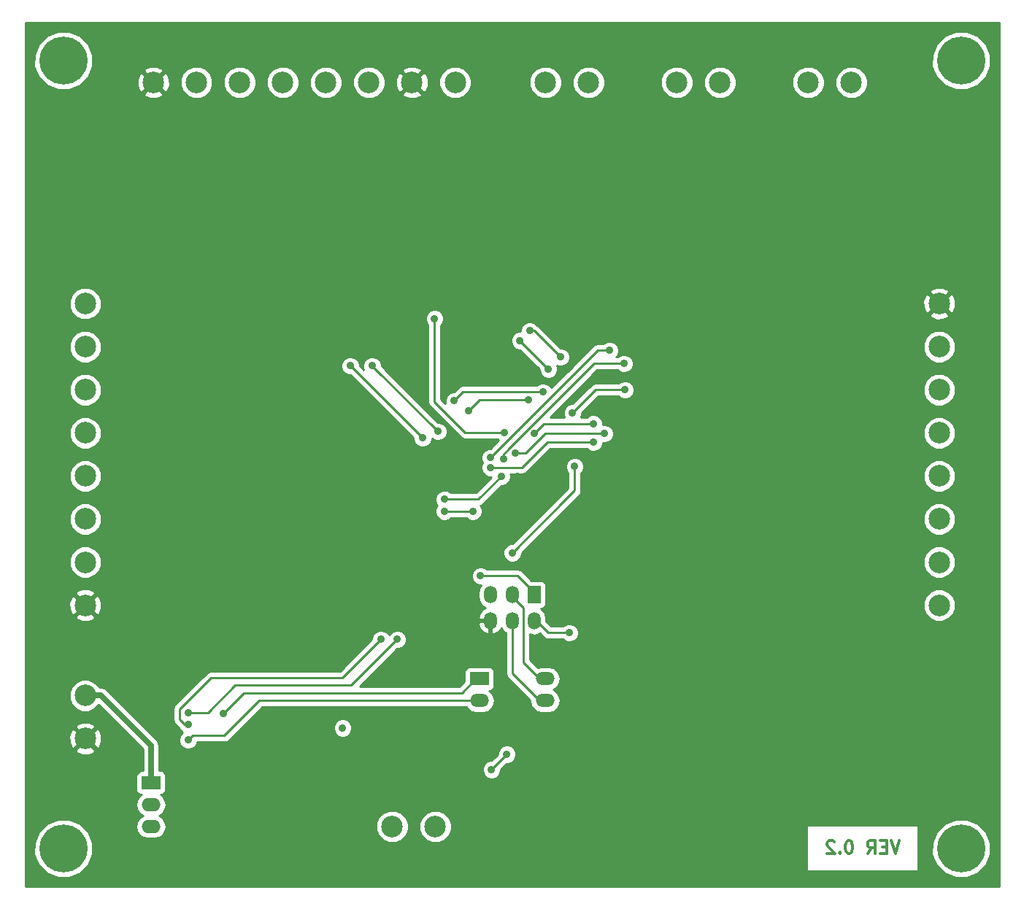
<source format=gbl>
G04 (created by PCBNEW (2013-may-18)-stable) date Mon 20 Apr 2015 02:12:07 PM EDT*
%MOIN*%
G04 Gerber Fmt 3.4, Leading zero omitted, Abs format*
%FSLAX34Y34*%
G01*
G70*
G90*
G04 APERTURE LIST*
%ADD10C,0.00590551*%
%ADD11C,0.011811*%
%ADD12C,0.219*%
%ADD13R,0.0866X0.06*%
%ADD14O,0.0866X0.06*%
%ADD15C,0.0984252*%
%ADD16R,0.0590551X0.0787402*%
%ADD17O,0.0590551X0.0787402*%
%ADD18R,0.0865X0.059*%
%ADD19O,0.0865X0.059*%
%ADD20C,0.035*%
%ADD21C,0.045*%
%ADD22C,0.01*%
%ADD23C,0.025*%
G04 APERTURE END LIST*
G54D10*
G54D11*
X57187Y-55648D02*
X56990Y-56239D01*
X56793Y-55648D01*
X56596Y-55929D02*
X56399Y-55929D01*
X56315Y-56239D02*
X56596Y-56239D01*
X56596Y-55648D01*
X56315Y-55648D01*
X55724Y-56239D02*
X55921Y-55957D01*
X56062Y-56239D02*
X56062Y-55648D01*
X55837Y-55648D01*
X55781Y-55676D01*
X55753Y-55704D01*
X55724Y-55760D01*
X55724Y-55845D01*
X55753Y-55901D01*
X55781Y-55929D01*
X55837Y-55957D01*
X56062Y-55957D01*
X54909Y-55648D02*
X54853Y-55648D01*
X54796Y-55676D01*
X54768Y-55704D01*
X54740Y-55760D01*
X54712Y-55873D01*
X54712Y-56014D01*
X54740Y-56126D01*
X54768Y-56182D01*
X54796Y-56210D01*
X54853Y-56239D01*
X54909Y-56239D01*
X54965Y-56210D01*
X54993Y-56182D01*
X55021Y-56126D01*
X55050Y-56014D01*
X55050Y-55873D01*
X55021Y-55760D01*
X54993Y-55704D01*
X54965Y-55676D01*
X54909Y-55648D01*
X54459Y-56182D02*
X54431Y-56210D01*
X54459Y-56239D01*
X54487Y-56210D01*
X54459Y-56182D01*
X54459Y-56239D01*
X54206Y-55704D02*
X54178Y-55676D01*
X54122Y-55648D01*
X53981Y-55648D01*
X53925Y-55676D01*
X53897Y-55704D01*
X53868Y-55760D01*
X53868Y-55817D01*
X53897Y-55901D01*
X54234Y-56239D01*
X53868Y-56239D01*
G54D12*
X19000Y-20000D03*
X60000Y-20000D03*
X60000Y-56000D03*
G54D13*
X23000Y-53000D03*
G54D14*
X23000Y-54000D03*
X23000Y-55000D03*
G54D15*
X59000Y-31110D03*
X59000Y-33078D03*
X59000Y-35047D03*
X59000Y-37015D03*
X59000Y-38984D03*
X59000Y-40952D03*
X59000Y-44889D03*
X59000Y-42921D03*
X23110Y-21000D03*
X25078Y-21000D03*
X27047Y-21000D03*
X29015Y-21000D03*
X30984Y-21000D03*
X32952Y-21000D03*
X36889Y-21000D03*
X34921Y-21000D03*
X20000Y-44889D03*
X20000Y-42921D03*
X20000Y-40952D03*
X20000Y-38984D03*
X20000Y-37015D03*
X20000Y-35047D03*
X20000Y-31110D03*
X20000Y-33078D03*
X42984Y-21000D03*
X41015Y-21000D03*
X20000Y-49015D03*
X20000Y-50984D03*
X48984Y-21000D03*
X47015Y-21000D03*
X54984Y-21000D03*
X53015Y-21000D03*
X34015Y-55000D03*
X35984Y-55000D03*
G54D12*
X19000Y-56000D03*
G54D16*
X40500Y-44401D03*
G54D17*
X40500Y-45598D03*
X39500Y-44401D03*
X39500Y-45598D03*
X38500Y-44401D03*
X38500Y-45598D03*
G54D18*
X38000Y-48250D03*
G54D19*
X41000Y-48250D03*
X38000Y-49250D03*
X41000Y-49250D03*
G54D20*
X41700Y-33550D03*
X40300Y-32350D03*
X39850Y-32800D03*
X41150Y-34100D03*
X33100Y-33950D03*
X36100Y-36950D03*
X35400Y-37250D03*
X32100Y-33950D03*
X40250Y-35500D03*
X37500Y-36000D03*
X40900Y-35150D03*
X36850Y-35550D03*
X39150Y-37000D03*
X35950Y-31800D03*
X38550Y-52400D03*
X39250Y-51700D03*
X31750Y-50500D03*
X24700Y-49800D03*
X34250Y-46450D03*
X24700Y-51050D03*
X26300Y-49850D03*
X44650Y-35047D03*
X42250Y-36100D03*
X43200Y-36600D03*
X40500Y-37050D03*
X43200Y-37450D03*
X38500Y-38600D03*
X38050Y-43550D03*
X36400Y-40600D03*
X37700Y-40600D03*
X36400Y-40050D03*
X39000Y-39000D03*
X24700Y-50350D03*
X33500Y-46450D03*
X39500Y-42500D03*
X42350Y-38550D03*
X43700Y-37050D03*
X39650Y-37950D03*
X38500Y-38150D03*
X43950Y-33250D03*
X39100Y-38200D03*
X44600Y-33850D03*
X38900Y-55250D03*
G54D21*
X25000Y-47450D03*
G54D20*
X42000Y-30000D03*
X27650Y-50350D03*
X48000Y-30000D03*
X54000Y-30000D03*
X39750Y-39000D03*
X27700Y-51500D03*
X24700Y-51750D03*
X39850Y-34300D03*
X32700Y-43250D03*
X39350Y-41600D03*
X43000Y-41796D03*
X27500Y-52400D03*
G54D21*
X30000Y-43900D03*
G54D20*
X35604Y-50204D03*
X42100Y-46150D03*
G54D22*
X41700Y-33550D02*
X40500Y-32350D01*
X40500Y-32350D02*
X40300Y-32350D01*
X39850Y-32800D02*
X41150Y-34100D01*
X36100Y-36950D02*
X33150Y-34000D01*
X33100Y-33950D02*
X33150Y-34000D01*
X32100Y-33950D02*
X35400Y-37250D01*
X38000Y-35500D02*
X40250Y-35500D01*
X37500Y-36000D02*
X38000Y-35500D01*
X37250Y-35150D02*
X40900Y-35150D01*
X36850Y-35550D02*
X37250Y-35150D01*
X39150Y-37000D02*
X37350Y-37000D01*
X35950Y-35600D02*
X35950Y-31800D01*
X37350Y-37000D02*
X35950Y-35600D01*
X39250Y-51700D02*
X38550Y-52400D01*
X24700Y-49800D02*
X25600Y-49800D01*
X32150Y-48550D02*
X33250Y-47450D01*
X26850Y-48550D02*
X32150Y-48550D01*
X25600Y-49800D02*
X26850Y-48550D01*
X33250Y-47450D02*
X34250Y-46450D01*
X27950Y-49250D02*
X27650Y-49550D01*
X27650Y-49550D02*
X26350Y-50850D01*
X27950Y-49250D02*
X38000Y-49250D01*
X24900Y-50850D02*
X26350Y-50850D01*
X24700Y-51050D02*
X24900Y-50850D01*
X37850Y-48250D02*
X38000Y-48250D01*
X37200Y-48900D02*
X37850Y-48250D01*
X27250Y-48900D02*
X37200Y-48900D01*
X26300Y-49850D02*
X27250Y-48900D01*
X43302Y-35047D02*
X44650Y-35047D01*
X42250Y-36100D02*
X43302Y-35047D01*
X40950Y-36600D02*
X43200Y-36600D01*
X40500Y-37050D02*
X40550Y-37000D01*
X40550Y-37000D02*
X40950Y-36600D01*
X41100Y-37450D02*
X39950Y-38600D01*
X41100Y-37450D02*
X43200Y-37450D01*
X39950Y-38600D02*
X38500Y-38600D01*
X39750Y-43550D02*
X40500Y-44300D01*
X38050Y-43550D02*
X39750Y-43550D01*
X40500Y-44300D02*
X40500Y-44500D01*
X37700Y-40600D02*
X36400Y-40600D01*
X41000Y-49250D02*
X40750Y-49250D01*
X39500Y-48000D02*
X39500Y-45500D01*
X40750Y-49250D02*
X39500Y-48000D01*
X37950Y-40050D02*
X36400Y-40050D01*
X39000Y-39000D02*
X37950Y-40050D01*
X24700Y-50350D02*
X24550Y-50350D01*
X31750Y-48200D02*
X33500Y-46450D01*
X25750Y-48200D02*
X31750Y-48200D01*
X24300Y-49650D02*
X25750Y-48200D01*
X24300Y-50100D02*
X24300Y-49650D01*
X24550Y-50350D02*
X24300Y-50100D01*
X41000Y-48250D02*
X40750Y-48250D01*
X40000Y-45000D02*
X39500Y-44500D01*
X40000Y-47500D02*
X40000Y-45000D01*
X40750Y-48250D02*
X40000Y-47500D01*
X42350Y-39650D02*
X42350Y-38550D01*
X39500Y-42500D02*
X41950Y-40050D01*
X41950Y-40050D02*
X42350Y-39650D01*
X41000Y-37050D02*
X43700Y-37050D01*
X40100Y-37950D02*
X41000Y-37050D01*
X39650Y-37950D02*
X40100Y-37950D01*
X43950Y-33250D02*
X43400Y-33250D01*
X43400Y-33250D02*
X38500Y-38150D01*
X39100Y-38000D02*
X39100Y-38200D01*
X43250Y-33850D02*
X39350Y-37750D01*
X44600Y-33850D02*
X43250Y-33850D01*
X39350Y-37750D02*
X39100Y-38000D01*
G54D23*
X20000Y-49015D02*
X20715Y-49015D01*
X23000Y-51300D02*
X23000Y-53000D01*
X20715Y-49015D02*
X23000Y-51300D01*
G54D22*
X43000Y-41796D02*
X43000Y-41800D01*
X35604Y-50204D02*
X35600Y-50200D01*
X41150Y-46150D02*
X40500Y-45500D01*
X42100Y-46150D02*
X41150Y-46150D01*
G54D10*
G36*
X61730Y-57730D02*
X61345Y-57730D01*
X61345Y-55733D01*
X61345Y-19733D01*
X61140Y-19239D01*
X60762Y-18860D01*
X60268Y-18655D01*
X59733Y-18654D01*
X59239Y-18859D01*
X58860Y-19237D01*
X58655Y-19731D01*
X58654Y-20266D01*
X58859Y-20760D01*
X59237Y-21139D01*
X59731Y-21344D01*
X60266Y-21345D01*
X60760Y-21140D01*
X61139Y-20762D01*
X61344Y-20268D01*
X61345Y-19733D01*
X61345Y-55733D01*
X61140Y-55239D01*
X60762Y-54860D01*
X60268Y-54655D01*
X59745Y-54654D01*
X59745Y-31237D01*
X59737Y-30942D01*
X59640Y-30706D01*
X59524Y-30656D01*
X59454Y-30726D01*
X59454Y-30585D01*
X59403Y-30470D01*
X59127Y-30364D01*
X58832Y-30372D01*
X58596Y-30470D01*
X58545Y-30585D01*
X59000Y-31039D01*
X59454Y-30585D01*
X59454Y-30726D01*
X59070Y-31110D01*
X59524Y-31564D01*
X59640Y-31513D01*
X59745Y-31237D01*
X59745Y-54654D01*
X59742Y-54654D01*
X59742Y-44742D01*
X59742Y-42774D01*
X59742Y-40805D01*
X59742Y-38837D01*
X59742Y-36868D01*
X59742Y-34900D01*
X59742Y-32931D01*
X59629Y-32658D01*
X59454Y-32483D01*
X59454Y-31635D01*
X59000Y-31180D01*
X58929Y-31251D01*
X58929Y-31110D01*
X58475Y-30656D01*
X58359Y-30706D01*
X58254Y-30982D01*
X58262Y-31277D01*
X58359Y-31513D01*
X58475Y-31564D01*
X58929Y-31110D01*
X58929Y-31251D01*
X58545Y-31635D01*
X58596Y-31750D01*
X58872Y-31856D01*
X59167Y-31848D01*
X59403Y-31750D01*
X59454Y-31635D01*
X59454Y-32483D01*
X59420Y-32449D01*
X59148Y-32336D01*
X58853Y-32336D01*
X58580Y-32449D01*
X58371Y-32657D01*
X58258Y-32930D01*
X58257Y-33225D01*
X58370Y-33498D01*
X58579Y-33707D01*
X58851Y-33820D01*
X59146Y-33820D01*
X59419Y-33708D01*
X59628Y-33499D01*
X59741Y-33227D01*
X59742Y-32931D01*
X59742Y-34900D01*
X59629Y-34627D01*
X59420Y-34418D01*
X59148Y-34305D01*
X58853Y-34304D01*
X58580Y-34417D01*
X58371Y-34626D01*
X58258Y-34898D01*
X58257Y-35194D01*
X58370Y-35467D01*
X58579Y-35676D01*
X58851Y-35789D01*
X59146Y-35789D01*
X59419Y-35676D01*
X59628Y-35468D01*
X59741Y-35195D01*
X59742Y-34900D01*
X59742Y-36868D01*
X59629Y-36595D01*
X59420Y-36386D01*
X59148Y-36273D01*
X58853Y-36273D01*
X58580Y-36386D01*
X58371Y-36594D01*
X58258Y-36867D01*
X58257Y-37162D01*
X58370Y-37435D01*
X58579Y-37644D01*
X58851Y-37757D01*
X59146Y-37758D01*
X59419Y-37645D01*
X59628Y-37436D01*
X59741Y-37164D01*
X59742Y-36868D01*
X59742Y-38837D01*
X59629Y-38564D01*
X59420Y-38355D01*
X59148Y-38242D01*
X58853Y-38241D01*
X58580Y-38354D01*
X58371Y-38563D01*
X58258Y-38835D01*
X58257Y-39131D01*
X58370Y-39404D01*
X58579Y-39613D01*
X58851Y-39726D01*
X59146Y-39726D01*
X59419Y-39613D01*
X59628Y-39405D01*
X59741Y-39132D01*
X59742Y-38837D01*
X59742Y-40805D01*
X59629Y-40532D01*
X59420Y-40323D01*
X59148Y-40210D01*
X58853Y-40210D01*
X58580Y-40323D01*
X58371Y-40531D01*
X58258Y-40804D01*
X58257Y-41099D01*
X58370Y-41372D01*
X58579Y-41581D01*
X58851Y-41694D01*
X59146Y-41695D01*
X59419Y-41582D01*
X59628Y-41373D01*
X59741Y-41101D01*
X59742Y-40805D01*
X59742Y-42774D01*
X59629Y-42501D01*
X59420Y-42292D01*
X59148Y-42179D01*
X58853Y-42179D01*
X58580Y-42291D01*
X58371Y-42500D01*
X58258Y-42772D01*
X58257Y-43068D01*
X58370Y-43341D01*
X58579Y-43550D01*
X58851Y-43663D01*
X59146Y-43663D01*
X59419Y-43550D01*
X59628Y-43342D01*
X59741Y-43069D01*
X59742Y-42774D01*
X59742Y-44742D01*
X59629Y-44469D01*
X59420Y-44260D01*
X59148Y-44147D01*
X58853Y-44147D01*
X58580Y-44260D01*
X58371Y-44468D01*
X58258Y-44741D01*
X58257Y-45036D01*
X58370Y-45309D01*
X58579Y-45518D01*
X58851Y-45631D01*
X59146Y-45632D01*
X59419Y-45519D01*
X59628Y-45310D01*
X59741Y-45038D01*
X59742Y-44742D01*
X59742Y-54654D01*
X59733Y-54654D01*
X59239Y-54859D01*
X58860Y-55237D01*
X58655Y-55731D01*
X58654Y-56266D01*
X58859Y-56760D01*
X59237Y-57139D01*
X59731Y-57344D01*
X60266Y-57345D01*
X60760Y-57140D01*
X61139Y-56762D01*
X61344Y-56268D01*
X61345Y-55733D01*
X61345Y-57730D01*
X58050Y-57730D01*
X58050Y-57050D01*
X58050Y-54950D01*
X55726Y-54950D01*
X55726Y-20853D01*
X55613Y-20580D01*
X55405Y-20371D01*
X55132Y-20258D01*
X54837Y-20257D01*
X54564Y-20370D01*
X54355Y-20579D01*
X54242Y-20851D01*
X54241Y-21146D01*
X54354Y-21419D01*
X54563Y-21628D01*
X54835Y-21741D01*
X55131Y-21742D01*
X55404Y-21629D01*
X55613Y-21420D01*
X55726Y-21148D01*
X55726Y-20853D01*
X55726Y-54950D01*
X53758Y-54950D01*
X53758Y-20853D01*
X53645Y-20580D01*
X53436Y-20371D01*
X53164Y-20258D01*
X52868Y-20257D01*
X52595Y-20370D01*
X52386Y-20579D01*
X52273Y-20851D01*
X52273Y-21146D01*
X52386Y-21419D01*
X52594Y-21628D01*
X52867Y-21741D01*
X53162Y-21742D01*
X53435Y-21629D01*
X53644Y-21420D01*
X53757Y-21148D01*
X53758Y-20853D01*
X53758Y-54950D01*
X52950Y-54950D01*
X52950Y-57050D01*
X58050Y-57050D01*
X58050Y-57730D01*
X49726Y-57730D01*
X49726Y-20853D01*
X49613Y-20580D01*
X49405Y-20371D01*
X49132Y-20258D01*
X48837Y-20257D01*
X48564Y-20370D01*
X48355Y-20579D01*
X48242Y-20851D01*
X48241Y-21146D01*
X48354Y-21419D01*
X48563Y-21628D01*
X48835Y-21741D01*
X49131Y-21742D01*
X49404Y-21629D01*
X49613Y-21420D01*
X49726Y-21148D01*
X49726Y-20853D01*
X49726Y-57730D01*
X47758Y-57730D01*
X47758Y-20853D01*
X47645Y-20580D01*
X47436Y-20371D01*
X47164Y-20258D01*
X46868Y-20257D01*
X46595Y-20370D01*
X46386Y-20579D01*
X46273Y-20851D01*
X46273Y-21146D01*
X46386Y-21419D01*
X46594Y-21628D01*
X46867Y-21741D01*
X47162Y-21742D01*
X47435Y-21629D01*
X47644Y-21420D01*
X47757Y-21148D01*
X47758Y-20853D01*
X47758Y-57730D01*
X45075Y-57730D01*
X45075Y-34963D01*
X45010Y-34806D01*
X44891Y-34687D01*
X44734Y-34622D01*
X44565Y-34622D01*
X44409Y-34686D01*
X44348Y-34747D01*
X43302Y-34747D01*
X43187Y-34770D01*
X43090Y-34835D01*
X42250Y-35675D01*
X42165Y-35674D01*
X42009Y-35739D01*
X41889Y-35858D01*
X41825Y-36015D01*
X41824Y-36184D01*
X41872Y-36300D01*
X41224Y-36300D01*
X43374Y-34150D01*
X44298Y-34150D01*
X44358Y-34210D01*
X44515Y-34274D01*
X44684Y-34275D01*
X44840Y-34210D01*
X44960Y-34091D01*
X45024Y-33934D01*
X45025Y-33765D01*
X44960Y-33609D01*
X44841Y-33489D01*
X44684Y-33425D01*
X44515Y-33424D01*
X44359Y-33489D01*
X44298Y-33550D01*
X44251Y-33550D01*
X44310Y-33491D01*
X44374Y-33334D01*
X44375Y-33165D01*
X44310Y-33009D01*
X44191Y-32889D01*
X44034Y-32825D01*
X43865Y-32824D01*
X43726Y-32882D01*
X43726Y-20853D01*
X43613Y-20580D01*
X43405Y-20371D01*
X43132Y-20258D01*
X42837Y-20257D01*
X42564Y-20370D01*
X42355Y-20579D01*
X42242Y-20851D01*
X42241Y-21146D01*
X42354Y-21419D01*
X42563Y-21628D01*
X42835Y-21741D01*
X43131Y-21742D01*
X43404Y-21629D01*
X43613Y-21420D01*
X43726Y-21148D01*
X43726Y-20853D01*
X43726Y-32882D01*
X43709Y-32889D01*
X43648Y-32950D01*
X43400Y-32950D01*
X43285Y-32972D01*
X43187Y-33037D01*
X42125Y-34100D01*
X42125Y-33465D01*
X42060Y-33309D01*
X41941Y-33189D01*
X41784Y-33125D01*
X41758Y-33125D01*
X41758Y-20853D01*
X41645Y-20580D01*
X41436Y-20371D01*
X41164Y-20258D01*
X40868Y-20257D01*
X40595Y-20370D01*
X40386Y-20579D01*
X40273Y-20851D01*
X40273Y-21146D01*
X40386Y-21419D01*
X40594Y-21628D01*
X40867Y-21741D01*
X41162Y-21742D01*
X41435Y-21629D01*
X41644Y-21420D01*
X41757Y-21148D01*
X41758Y-20853D01*
X41758Y-33125D01*
X41699Y-33124D01*
X40712Y-32137D01*
X40641Y-32090D01*
X40541Y-31989D01*
X40384Y-31925D01*
X40215Y-31924D01*
X40059Y-31989D01*
X39939Y-32108D01*
X39875Y-32265D01*
X39874Y-32375D01*
X39765Y-32374D01*
X39609Y-32439D01*
X39489Y-32558D01*
X39425Y-32715D01*
X39424Y-32884D01*
X39489Y-33040D01*
X39608Y-33160D01*
X39765Y-33224D01*
X39850Y-33225D01*
X40725Y-34099D01*
X40724Y-34184D01*
X40789Y-34340D01*
X40908Y-34460D01*
X41065Y-34524D01*
X41234Y-34525D01*
X41390Y-34460D01*
X41510Y-34341D01*
X41574Y-34184D01*
X41575Y-34015D01*
X41546Y-33946D01*
X41615Y-33974D01*
X41784Y-33975D01*
X41940Y-33910D01*
X42060Y-33791D01*
X42124Y-33634D01*
X42125Y-33465D01*
X42125Y-34100D01*
X41276Y-34948D01*
X41260Y-34909D01*
X41141Y-34789D01*
X40984Y-34725D01*
X40815Y-34724D01*
X40659Y-34789D01*
X40598Y-34850D01*
X37632Y-34850D01*
X37632Y-20853D01*
X37519Y-20580D01*
X37310Y-20371D01*
X37038Y-20258D01*
X36742Y-20257D01*
X36469Y-20370D01*
X36260Y-20579D01*
X36147Y-20851D01*
X36147Y-21146D01*
X36260Y-21419D01*
X36468Y-21628D01*
X36741Y-21741D01*
X37036Y-21742D01*
X37309Y-21629D01*
X37518Y-21420D01*
X37631Y-21148D01*
X37632Y-20853D01*
X37632Y-34850D01*
X37250Y-34850D01*
X37135Y-34872D01*
X37037Y-34937D01*
X36850Y-35125D01*
X36765Y-35124D01*
X36609Y-35189D01*
X36489Y-35308D01*
X36425Y-35465D01*
X36424Y-35634D01*
X36436Y-35662D01*
X36250Y-35475D01*
X36250Y-32101D01*
X36310Y-32041D01*
X36374Y-31884D01*
X36375Y-31715D01*
X36310Y-31559D01*
X36191Y-31439D01*
X36034Y-31375D01*
X35865Y-31374D01*
X35709Y-31439D01*
X35667Y-31481D01*
X35667Y-21127D01*
X35659Y-20832D01*
X35561Y-20596D01*
X35446Y-20545D01*
X35375Y-20616D01*
X35375Y-20475D01*
X35324Y-20359D01*
X35048Y-20254D01*
X34753Y-20262D01*
X34517Y-20359D01*
X34467Y-20475D01*
X34921Y-20929D01*
X35375Y-20475D01*
X35375Y-20616D01*
X34991Y-21000D01*
X35446Y-21454D01*
X35561Y-21403D01*
X35667Y-21127D01*
X35667Y-31481D01*
X35589Y-31558D01*
X35525Y-31715D01*
X35524Y-31884D01*
X35589Y-32040D01*
X35650Y-32101D01*
X35650Y-35600D01*
X35672Y-35714D01*
X35737Y-35812D01*
X37137Y-37212D01*
X37137Y-37212D01*
X37235Y-37277D01*
X37350Y-37300D01*
X38848Y-37300D01*
X38887Y-37338D01*
X38500Y-37725D01*
X38415Y-37724D01*
X38259Y-37789D01*
X38139Y-37908D01*
X38075Y-38065D01*
X38074Y-38234D01*
X38133Y-38375D01*
X38075Y-38515D01*
X38074Y-38684D01*
X38139Y-38840D01*
X38258Y-38960D01*
X38415Y-39024D01*
X38550Y-39025D01*
X37825Y-39750D01*
X36701Y-39750D01*
X36641Y-39689D01*
X36525Y-39641D01*
X36525Y-36865D01*
X36460Y-36709D01*
X36341Y-36589D01*
X36184Y-36525D01*
X36099Y-36524D01*
X35375Y-35801D01*
X35375Y-21524D01*
X34921Y-21070D01*
X34850Y-21141D01*
X34850Y-21000D01*
X34396Y-20545D01*
X34281Y-20596D01*
X34175Y-20872D01*
X34183Y-21167D01*
X34281Y-21403D01*
X34396Y-21454D01*
X34850Y-21000D01*
X34850Y-21141D01*
X34467Y-21524D01*
X34517Y-21640D01*
X34793Y-21745D01*
X35088Y-21737D01*
X35324Y-21640D01*
X35375Y-21524D01*
X35375Y-35801D01*
X33695Y-34120D01*
X33695Y-20853D01*
X33582Y-20580D01*
X33373Y-20371D01*
X33101Y-20258D01*
X32805Y-20257D01*
X32532Y-20370D01*
X32323Y-20579D01*
X32210Y-20851D01*
X32210Y-21146D01*
X32323Y-21419D01*
X32531Y-21628D01*
X32804Y-21741D01*
X33099Y-21742D01*
X33372Y-21629D01*
X33581Y-21420D01*
X33694Y-21148D01*
X33695Y-20853D01*
X33695Y-34120D01*
X33524Y-33950D01*
X33525Y-33865D01*
X33460Y-33709D01*
X33341Y-33589D01*
X33184Y-33525D01*
X33015Y-33524D01*
X32859Y-33589D01*
X32739Y-33708D01*
X32675Y-33865D01*
X32674Y-34034D01*
X32721Y-34147D01*
X32524Y-33950D01*
X32525Y-33865D01*
X32460Y-33709D01*
X32341Y-33589D01*
X32184Y-33525D01*
X32015Y-33524D01*
X31859Y-33589D01*
X31739Y-33708D01*
X31726Y-33741D01*
X31726Y-20853D01*
X31613Y-20580D01*
X31405Y-20371D01*
X31132Y-20258D01*
X30837Y-20257D01*
X30564Y-20370D01*
X30355Y-20579D01*
X30242Y-20851D01*
X30241Y-21146D01*
X30354Y-21419D01*
X30563Y-21628D01*
X30835Y-21741D01*
X31131Y-21742D01*
X31404Y-21629D01*
X31613Y-21420D01*
X31726Y-21148D01*
X31726Y-20853D01*
X31726Y-33741D01*
X31675Y-33865D01*
X31674Y-34034D01*
X31739Y-34190D01*
X31858Y-34310D01*
X32015Y-34374D01*
X32100Y-34375D01*
X34975Y-37249D01*
X34974Y-37334D01*
X35039Y-37490D01*
X35158Y-37610D01*
X35315Y-37674D01*
X35484Y-37675D01*
X35640Y-37610D01*
X35760Y-37491D01*
X35824Y-37334D01*
X35824Y-37276D01*
X35858Y-37310D01*
X36015Y-37374D01*
X36184Y-37375D01*
X36340Y-37310D01*
X36460Y-37191D01*
X36524Y-37034D01*
X36525Y-36865D01*
X36525Y-39641D01*
X36484Y-39625D01*
X36315Y-39624D01*
X36159Y-39689D01*
X36039Y-39808D01*
X35975Y-39965D01*
X35974Y-40134D01*
X36039Y-40290D01*
X36073Y-40324D01*
X36039Y-40358D01*
X35975Y-40515D01*
X35974Y-40684D01*
X36039Y-40840D01*
X36158Y-40960D01*
X36315Y-41024D01*
X36484Y-41025D01*
X36640Y-40960D01*
X36701Y-40900D01*
X37398Y-40900D01*
X37458Y-40960D01*
X37615Y-41024D01*
X37784Y-41025D01*
X37940Y-40960D01*
X38060Y-40841D01*
X38124Y-40684D01*
X38125Y-40515D01*
X38060Y-40359D01*
X38034Y-40333D01*
X38064Y-40327D01*
X38064Y-40327D01*
X38162Y-40262D01*
X38999Y-39424D01*
X39084Y-39425D01*
X39240Y-39360D01*
X39360Y-39241D01*
X39424Y-39084D01*
X39425Y-38915D01*
X39418Y-38900D01*
X39950Y-38900D01*
X39950Y-38899D01*
X40064Y-38877D01*
X40064Y-38877D01*
X40162Y-38812D01*
X41224Y-37750D01*
X42898Y-37750D01*
X42958Y-37810D01*
X43115Y-37874D01*
X43284Y-37875D01*
X43440Y-37810D01*
X43560Y-37691D01*
X43624Y-37534D01*
X43624Y-37474D01*
X43784Y-37475D01*
X43940Y-37410D01*
X44060Y-37291D01*
X44124Y-37134D01*
X44125Y-36965D01*
X44060Y-36809D01*
X43941Y-36689D01*
X43784Y-36625D01*
X43624Y-36624D01*
X43625Y-36515D01*
X43560Y-36359D01*
X43441Y-36239D01*
X43284Y-36175D01*
X43115Y-36174D01*
X42959Y-36239D01*
X42898Y-36300D01*
X42627Y-36300D01*
X42674Y-36184D01*
X42675Y-36099D01*
X43427Y-35347D01*
X44348Y-35347D01*
X44408Y-35407D01*
X44565Y-35472D01*
X44734Y-35472D01*
X44890Y-35407D01*
X45010Y-35288D01*
X45074Y-35132D01*
X45075Y-34963D01*
X45075Y-57730D01*
X42775Y-57730D01*
X42775Y-38465D01*
X42710Y-38309D01*
X42591Y-38189D01*
X42434Y-38125D01*
X42265Y-38124D01*
X42109Y-38189D01*
X41989Y-38308D01*
X41925Y-38465D01*
X41924Y-38634D01*
X41989Y-38790D01*
X42050Y-38851D01*
X42050Y-39525D01*
X41737Y-39837D01*
X41737Y-39837D01*
X39500Y-42075D01*
X39415Y-42074D01*
X39259Y-42139D01*
X39139Y-42258D01*
X39075Y-42415D01*
X39074Y-42584D01*
X39139Y-42740D01*
X39258Y-42860D01*
X39415Y-42924D01*
X39584Y-42925D01*
X39740Y-42860D01*
X39860Y-42741D01*
X39924Y-42584D01*
X39925Y-42499D01*
X42162Y-40262D01*
X42162Y-40262D01*
X42162Y-40262D01*
X42562Y-39862D01*
X42562Y-39862D01*
X42627Y-39764D01*
X42649Y-39650D01*
X42650Y-39650D01*
X42650Y-38851D01*
X42710Y-38791D01*
X42774Y-38634D01*
X42775Y-38465D01*
X42775Y-57730D01*
X42525Y-57730D01*
X42525Y-46065D01*
X42460Y-45909D01*
X42341Y-45789D01*
X42184Y-45725D01*
X42015Y-45724D01*
X41859Y-45789D01*
X41798Y-45850D01*
X41274Y-45850D01*
X41045Y-45621D01*
X41045Y-45487D01*
X41003Y-45278D01*
X40885Y-45101D01*
X40801Y-45045D01*
X40844Y-45045D01*
X40936Y-45007D01*
X41007Y-44937D01*
X41045Y-44845D01*
X41045Y-44745D01*
X41045Y-43958D01*
X41007Y-43866D01*
X40937Y-43796D01*
X40845Y-43757D01*
X40745Y-43757D01*
X40382Y-43757D01*
X39962Y-43337D01*
X39864Y-43272D01*
X39750Y-43250D01*
X38351Y-43250D01*
X38291Y-43189D01*
X38134Y-43125D01*
X37965Y-43124D01*
X37809Y-43189D01*
X37689Y-43308D01*
X37625Y-43465D01*
X37624Y-43634D01*
X37689Y-43790D01*
X37808Y-43910D01*
X37965Y-43974D01*
X38067Y-43975D01*
X37996Y-44081D01*
X37954Y-44290D01*
X37954Y-44512D01*
X37996Y-44721D01*
X38114Y-44898D01*
X38276Y-45006D01*
X38139Y-45085D01*
X38007Y-45255D01*
X37951Y-45462D01*
X38015Y-45548D01*
X38450Y-45548D01*
X38450Y-45540D01*
X38550Y-45540D01*
X38550Y-45548D01*
X38557Y-45548D01*
X38557Y-45648D01*
X38550Y-45648D01*
X38550Y-46177D01*
X38634Y-46225D01*
X38674Y-46217D01*
X38860Y-46111D01*
X38992Y-45941D01*
X38997Y-45920D01*
X39114Y-46095D01*
X39200Y-46152D01*
X39200Y-48000D01*
X39222Y-48114D01*
X39287Y-48212D01*
X40307Y-49231D01*
X40304Y-49250D01*
X40345Y-49458D01*
X40463Y-49635D01*
X40640Y-49753D01*
X40849Y-49795D01*
X41150Y-49795D01*
X41359Y-49753D01*
X41536Y-49635D01*
X41654Y-49458D01*
X41695Y-49250D01*
X41654Y-49041D01*
X41536Y-48864D01*
X41364Y-48750D01*
X41536Y-48635D01*
X41654Y-48458D01*
X41695Y-48250D01*
X41654Y-48041D01*
X41536Y-47864D01*
X41359Y-47746D01*
X41150Y-47705D01*
X40849Y-47705D01*
X40665Y-47741D01*
X40300Y-47375D01*
X40300Y-46214D01*
X40500Y-46254D01*
X40708Y-46213D01*
X40756Y-46181D01*
X40937Y-46362D01*
X40937Y-46362D01*
X41035Y-46427D01*
X41150Y-46450D01*
X41798Y-46450D01*
X41858Y-46510D01*
X42015Y-46574D01*
X42184Y-46575D01*
X42340Y-46510D01*
X42460Y-46391D01*
X42524Y-46234D01*
X42525Y-46065D01*
X42525Y-57730D01*
X39675Y-57730D01*
X39675Y-51615D01*
X39610Y-51459D01*
X39491Y-51339D01*
X39334Y-51275D01*
X39165Y-51274D01*
X39009Y-51339D01*
X38889Y-51458D01*
X38825Y-51615D01*
X38824Y-51700D01*
X38695Y-51829D01*
X38695Y-49250D01*
X38654Y-49041D01*
X38536Y-48864D01*
X38432Y-48795D01*
X38482Y-48795D01*
X38573Y-48757D01*
X38644Y-48686D01*
X38682Y-48594D01*
X38682Y-48495D01*
X38682Y-47905D01*
X38644Y-47813D01*
X38574Y-47743D01*
X38482Y-47705D01*
X38450Y-47705D01*
X38450Y-46177D01*
X38450Y-45648D01*
X38015Y-45648D01*
X37951Y-45734D01*
X38007Y-45941D01*
X38139Y-46111D01*
X38325Y-46217D01*
X38365Y-46225D01*
X38450Y-46177D01*
X38450Y-47705D01*
X38382Y-47704D01*
X37517Y-47704D01*
X37426Y-47742D01*
X37355Y-47813D01*
X37317Y-47905D01*
X37317Y-48004D01*
X37317Y-48358D01*
X37075Y-48600D01*
X32524Y-48600D01*
X33462Y-47662D01*
X33462Y-47662D01*
X33462Y-47662D01*
X34249Y-46874D01*
X34334Y-46875D01*
X34490Y-46810D01*
X34610Y-46691D01*
X34674Y-46534D01*
X34675Y-46365D01*
X34610Y-46209D01*
X34491Y-46089D01*
X34334Y-46025D01*
X34165Y-46024D01*
X34009Y-46089D01*
X33889Y-46208D01*
X33875Y-46244D01*
X33860Y-46209D01*
X33741Y-46089D01*
X33584Y-46025D01*
X33415Y-46024D01*
X33259Y-46089D01*
X33139Y-46208D01*
X33075Y-46365D01*
X33074Y-46450D01*
X31625Y-47900D01*
X29758Y-47900D01*
X29758Y-20853D01*
X29645Y-20580D01*
X29436Y-20371D01*
X29164Y-20258D01*
X28868Y-20257D01*
X28595Y-20370D01*
X28386Y-20579D01*
X28273Y-20851D01*
X28273Y-21146D01*
X28386Y-21419D01*
X28594Y-21628D01*
X28867Y-21741D01*
X29162Y-21742D01*
X29435Y-21629D01*
X29644Y-21420D01*
X29757Y-21148D01*
X29758Y-20853D01*
X29758Y-47900D01*
X27789Y-47900D01*
X27789Y-20853D01*
X27676Y-20580D01*
X27468Y-20371D01*
X27195Y-20258D01*
X26900Y-20257D01*
X26627Y-20370D01*
X26418Y-20579D01*
X26305Y-20851D01*
X26304Y-21146D01*
X26417Y-21419D01*
X26626Y-21628D01*
X26898Y-21741D01*
X27194Y-21742D01*
X27467Y-21629D01*
X27676Y-21420D01*
X27789Y-21148D01*
X27789Y-20853D01*
X27789Y-47900D01*
X25820Y-47900D01*
X25820Y-20853D01*
X25708Y-20580D01*
X25499Y-20371D01*
X25227Y-20258D01*
X24931Y-20257D01*
X24658Y-20370D01*
X24449Y-20579D01*
X24336Y-20851D01*
X24336Y-21146D01*
X24449Y-21419D01*
X24657Y-21628D01*
X24930Y-21741D01*
X25225Y-21742D01*
X25498Y-21629D01*
X25707Y-21420D01*
X25820Y-21148D01*
X25820Y-20853D01*
X25820Y-47900D01*
X25750Y-47900D01*
X25635Y-47922D01*
X25537Y-47987D01*
X24087Y-49437D01*
X24022Y-49535D01*
X24000Y-49650D01*
X24000Y-50100D01*
X24022Y-50214D01*
X24087Y-50312D01*
X24320Y-50544D01*
X24339Y-50590D01*
X24448Y-50700D01*
X24339Y-50808D01*
X24275Y-50965D01*
X24274Y-51134D01*
X24339Y-51290D01*
X24458Y-51410D01*
X24615Y-51474D01*
X24784Y-51475D01*
X24940Y-51410D01*
X25060Y-51291D01*
X25118Y-51150D01*
X26350Y-51150D01*
X26350Y-51149D01*
X26464Y-51127D01*
X26464Y-51127D01*
X26562Y-51062D01*
X27862Y-49762D01*
X28074Y-49550D01*
X37406Y-49550D01*
X37463Y-49635D01*
X37640Y-49753D01*
X37849Y-49795D01*
X38150Y-49795D01*
X38359Y-49753D01*
X38536Y-49635D01*
X38654Y-49458D01*
X38695Y-49250D01*
X38695Y-51829D01*
X38550Y-51975D01*
X38465Y-51974D01*
X38309Y-52039D01*
X38189Y-52158D01*
X38125Y-52315D01*
X38124Y-52484D01*
X38189Y-52640D01*
X38308Y-52760D01*
X38465Y-52824D01*
X38634Y-52825D01*
X38790Y-52760D01*
X38910Y-52641D01*
X38974Y-52484D01*
X38975Y-52399D01*
X39249Y-52124D01*
X39334Y-52125D01*
X39490Y-52060D01*
X39610Y-51941D01*
X39674Y-51784D01*
X39675Y-51615D01*
X39675Y-57730D01*
X36726Y-57730D01*
X36726Y-54853D01*
X36613Y-54580D01*
X36405Y-54371D01*
X36132Y-54258D01*
X35837Y-54257D01*
X35564Y-54370D01*
X35355Y-54579D01*
X35242Y-54851D01*
X35241Y-55146D01*
X35354Y-55419D01*
X35563Y-55628D01*
X35835Y-55741D01*
X36131Y-55742D01*
X36404Y-55629D01*
X36613Y-55420D01*
X36726Y-55148D01*
X36726Y-54853D01*
X36726Y-57730D01*
X34758Y-57730D01*
X34758Y-54853D01*
X34645Y-54580D01*
X34436Y-54371D01*
X34164Y-54258D01*
X33868Y-54257D01*
X33595Y-54370D01*
X33386Y-54579D01*
X33273Y-54851D01*
X33273Y-55146D01*
X33386Y-55419D01*
X33594Y-55628D01*
X33867Y-55741D01*
X34162Y-55742D01*
X34435Y-55629D01*
X34644Y-55420D01*
X34757Y-55148D01*
X34758Y-54853D01*
X34758Y-57730D01*
X32175Y-57730D01*
X32175Y-50415D01*
X32110Y-50259D01*
X31991Y-50139D01*
X31834Y-50075D01*
X31665Y-50074D01*
X31509Y-50139D01*
X31389Y-50258D01*
X31325Y-50415D01*
X31324Y-50584D01*
X31389Y-50740D01*
X31508Y-50860D01*
X31665Y-50924D01*
X31834Y-50925D01*
X31990Y-50860D01*
X32110Y-50741D01*
X32174Y-50584D01*
X32175Y-50415D01*
X32175Y-57730D01*
X23856Y-57730D01*
X23856Y-21127D01*
X23848Y-20832D01*
X23750Y-20596D01*
X23635Y-20545D01*
X23564Y-20616D01*
X23564Y-20475D01*
X23513Y-20359D01*
X23237Y-20254D01*
X22942Y-20262D01*
X22706Y-20359D01*
X22656Y-20475D01*
X23110Y-20929D01*
X23564Y-20475D01*
X23564Y-20616D01*
X23180Y-21000D01*
X23635Y-21454D01*
X23750Y-21403D01*
X23856Y-21127D01*
X23856Y-57730D01*
X23696Y-57730D01*
X23696Y-55000D01*
X23654Y-54789D01*
X23535Y-54611D01*
X23369Y-54500D01*
X23535Y-54388D01*
X23654Y-54210D01*
X23696Y-54000D01*
X23654Y-53789D01*
X23535Y-53611D01*
X23443Y-53550D01*
X23482Y-53550D01*
X23574Y-53512D01*
X23644Y-53441D01*
X23682Y-53349D01*
X23683Y-53250D01*
X23683Y-52650D01*
X23645Y-52558D01*
X23574Y-52488D01*
X23564Y-52483D01*
X23564Y-21524D01*
X23110Y-21070D01*
X23039Y-21141D01*
X23039Y-21000D01*
X22585Y-20545D01*
X22470Y-20596D01*
X22364Y-20872D01*
X22372Y-21167D01*
X22470Y-21403D01*
X22585Y-21454D01*
X23039Y-21000D01*
X23039Y-21141D01*
X22656Y-21524D01*
X22706Y-21640D01*
X22982Y-21745D01*
X23277Y-21737D01*
X23513Y-21640D01*
X23564Y-21524D01*
X23564Y-52483D01*
X23482Y-52450D01*
X23383Y-52449D01*
X23375Y-52449D01*
X23375Y-51300D01*
X23346Y-51156D01*
X23265Y-51034D01*
X20980Y-48750D01*
X20859Y-48669D01*
X20745Y-48646D01*
X20745Y-45017D01*
X20742Y-44884D01*
X20742Y-42774D01*
X20742Y-40805D01*
X20742Y-38837D01*
X20742Y-36868D01*
X20742Y-34900D01*
X20742Y-32931D01*
X20742Y-30963D01*
X20629Y-30690D01*
X20420Y-30481D01*
X20345Y-30450D01*
X20345Y-19733D01*
X20140Y-19239D01*
X19762Y-18860D01*
X19268Y-18655D01*
X18733Y-18654D01*
X18239Y-18859D01*
X17860Y-19237D01*
X17655Y-19731D01*
X17654Y-20266D01*
X17859Y-20760D01*
X18237Y-21139D01*
X18731Y-21344D01*
X19266Y-21345D01*
X19760Y-21140D01*
X20139Y-20762D01*
X20344Y-20268D01*
X20345Y-19733D01*
X20345Y-30450D01*
X20148Y-30368D01*
X19853Y-30367D01*
X19580Y-30480D01*
X19371Y-30689D01*
X19258Y-30961D01*
X19257Y-31257D01*
X19370Y-31530D01*
X19579Y-31739D01*
X19851Y-31852D01*
X20146Y-31852D01*
X20419Y-31739D01*
X20628Y-31531D01*
X20741Y-31258D01*
X20742Y-30963D01*
X20742Y-32931D01*
X20629Y-32658D01*
X20420Y-32449D01*
X20148Y-32336D01*
X19853Y-32336D01*
X19580Y-32449D01*
X19371Y-32657D01*
X19258Y-32930D01*
X19257Y-33225D01*
X19370Y-33498D01*
X19579Y-33707D01*
X19851Y-33820D01*
X20146Y-33820D01*
X20419Y-33708D01*
X20628Y-33499D01*
X20741Y-33227D01*
X20742Y-32931D01*
X20742Y-34900D01*
X20629Y-34627D01*
X20420Y-34418D01*
X20148Y-34305D01*
X19853Y-34304D01*
X19580Y-34417D01*
X19371Y-34626D01*
X19258Y-34898D01*
X19257Y-35194D01*
X19370Y-35467D01*
X19579Y-35676D01*
X19851Y-35789D01*
X20146Y-35789D01*
X20419Y-35676D01*
X20628Y-35468D01*
X20741Y-35195D01*
X20742Y-34900D01*
X20742Y-36868D01*
X20629Y-36595D01*
X20420Y-36386D01*
X20148Y-36273D01*
X19853Y-36273D01*
X19580Y-36386D01*
X19371Y-36594D01*
X19258Y-36867D01*
X19257Y-37162D01*
X19370Y-37435D01*
X19579Y-37644D01*
X19851Y-37757D01*
X20146Y-37758D01*
X20419Y-37645D01*
X20628Y-37436D01*
X20741Y-37164D01*
X20742Y-36868D01*
X20742Y-38837D01*
X20629Y-38564D01*
X20420Y-38355D01*
X20148Y-38242D01*
X19853Y-38241D01*
X19580Y-38354D01*
X19371Y-38563D01*
X19258Y-38835D01*
X19257Y-39131D01*
X19370Y-39404D01*
X19579Y-39613D01*
X19851Y-39726D01*
X20146Y-39726D01*
X20419Y-39613D01*
X20628Y-39405D01*
X20741Y-39132D01*
X20742Y-38837D01*
X20742Y-40805D01*
X20629Y-40532D01*
X20420Y-40323D01*
X20148Y-40210D01*
X19853Y-40210D01*
X19580Y-40323D01*
X19371Y-40531D01*
X19258Y-40804D01*
X19257Y-41099D01*
X19370Y-41372D01*
X19579Y-41581D01*
X19851Y-41694D01*
X20146Y-41695D01*
X20419Y-41582D01*
X20628Y-41373D01*
X20741Y-41101D01*
X20742Y-40805D01*
X20742Y-42774D01*
X20629Y-42501D01*
X20420Y-42292D01*
X20148Y-42179D01*
X19853Y-42179D01*
X19580Y-42291D01*
X19371Y-42500D01*
X19258Y-42772D01*
X19257Y-43068D01*
X19370Y-43341D01*
X19579Y-43550D01*
X19851Y-43663D01*
X20146Y-43663D01*
X20419Y-43550D01*
X20628Y-43342D01*
X20741Y-43069D01*
X20742Y-42774D01*
X20742Y-44884D01*
X20737Y-44722D01*
X20640Y-44486D01*
X20524Y-44435D01*
X20454Y-44506D01*
X20454Y-44364D01*
X20403Y-44249D01*
X20127Y-44143D01*
X19832Y-44151D01*
X19596Y-44249D01*
X19545Y-44364D01*
X20000Y-44819D01*
X20454Y-44364D01*
X20454Y-44506D01*
X20070Y-44889D01*
X20524Y-45343D01*
X20640Y-45293D01*
X20745Y-45017D01*
X20745Y-48646D01*
X20715Y-48640D01*
X20648Y-48640D01*
X20629Y-48595D01*
X20454Y-48420D01*
X20454Y-45414D01*
X20000Y-44960D01*
X19929Y-45031D01*
X19929Y-44889D01*
X19475Y-44435D01*
X19359Y-44486D01*
X19254Y-44762D01*
X19262Y-45057D01*
X19359Y-45293D01*
X19475Y-45343D01*
X19929Y-44889D01*
X19929Y-45031D01*
X19545Y-45414D01*
X19596Y-45529D01*
X19872Y-45635D01*
X20167Y-45627D01*
X20403Y-45529D01*
X20454Y-45414D01*
X20454Y-48420D01*
X20420Y-48386D01*
X20148Y-48273D01*
X19853Y-48273D01*
X19580Y-48386D01*
X19371Y-48594D01*
X19258Y-48867D01*
X19257Y-49162D01*
X19370Y-49435D01*
X19579Y-49644D01*
X19851Y-49757D01*
X20146Y-49758D01*
X20419Y-49645D01*
X20617Y-49447D01*
X22625Y-51455D01*
X22625Y-52449D01*
X22517Y-52449D01*
X22425Y-52487D01*
X22355Y-52558D01*
X22317Y-52650D01*
X22316Y-52749D01*
X22316Y-53349D01*
X22354Y-53441D01*
X22425Y-53511D01*
X22517Y-53549D01*
X22556Y-53549D01*
X22464Y-53611D01*
X22345Y-53789D01*
X22303Y-54000D01*
X22345Y-54210D01*
X22464Y-54388D01*
X22630Y-54500D01*
X22464Y-54611D01*
X22345Y-54789D01*
X22303Y-55000D01*
X22345Y-55210D01*
X22464Y-55388D01*
X22643Y-55508D01*
X22853Y-55550D01*
X23146Y-55550D01*
X23356Y-55508D01*
X23535Y-55388D01*
X23654Y-55210D01*
X23696Y-55000D01*
X23696Y-57730D01*
X20745Y-57730D01*
X20745Y-51111D01*
X20737Y-50816D01*
X20640Y-50580D01*
X20524Y-50530D01*
X20454Y-50600D01*
X20454Y-50459D01*
X20403Y-50344D01*
X20127Y-50238D01*
X19832Y-50246D01*
X19596Y-50344D01*
X19545Y-50459D01*
X20000Y-50913D01*
X20454Y-50459D01*
X20454Y-50600D01*
X20070Y-50984D01*
X20524Y-51438D01*
X20640Y-51387D01*
X20745Y-51111D01*
X20745Y-57730D01*
X20454Y-57730D01*
X20454Y-51509D01*
X20000Y-51054D01*
X19929Y-51125D01*
X19929Y-50984D01*
X19475Y-50530D01*
X19359Y-50580D01*
X19254Y-50856D01*
X19262Y-51151D01*
X19359Y-51387D01*
X19475Y-51438D01*
X19929Y-50984D01*
X19929Y-51125D01*
X19545Y-51509D01*
X19596Y-51624D01*
X19872Y-51730D01*
X20167Y-51722D01*
X20403Y-51624D01*
X20454Y-51509D01*
X20454Y-57730D01*
X20345Y-57730D01*
X20345Y-55733D01*
X20140Y-55239D01*
X19762Y-54860D01*
X19268Y-54655D01*
X18733Y-54654D01*
X18239Y-54859D01*
X17860Y-55237D01*
X17655Y-55731D01*
X17654Y-56266D01*
X17859Y-56760D01*
X18237Y-57139D01*
X18731Y-57344D01*
X19266Y-57345D01*
X19760Y-57140D01*
X20139Y-56762D01*
X20344Y-56268D01*
X20345Y-55733D01*
X20345Y-57730D01*
X17269Y-57730D01*
X17269Y-18269D01*
X61730Y-18269D01*
X61730Y-57730D01*
X61730Y-57730D01*
G37*
G54D22*
X61730Y-57730D02*
X61345Y-57730D01*
X61345Y-55733D01*
X61345Y-19733D01*
X61140Y-19239D01*
X60762Y-18860D01*
X60268Y-18655D01*
X59733Y-18654D01*
X59239Y-18859D01*
X58860Y-19237D01*
X58655Y-19731D01*
X58654Y-20266D01*
X58859Y-20760D01*
X59237Y-21139D01*
X59731Y-21344D01*
X60266Y-21345D01*
X60760Y-21140D01*
X61139Y-20762D01*
X61344Y-20268D01*
X61345Y-19733D01*
X61345Y-55733D01*
X61140Y-55239D01*
X60762Y-54860D01*
X60268Y-54655D01*
X59745Y-54654D01*
X59745Y-31237D01*
X59737Y-30942D01*
X59640Y-30706D01*
X59524Y-30656D01*
X59454Y-30726D01*
X59454Y-30585D01*
X59403Y-30470D01*
X59127Y-30364D01*
X58832Y-30372D01*
X58596Y-30470D01*
X58545Y-30585D01*
X59000Y-31039D01*
X59454Y-30585D01*
X59454Y-30726D01*
X59070Y-31110D01*
X59524Y-31564D01*
X59640Y-31513D01*
X59745Y-31237D01*
X59745Y-54654D01*
X59742Y-54654D01*
X59742Y-44742D01*
X59742Y-42774D01*
X59742Y-40805D01*
X59742Y-38837D01*
X59742Y-36868D01*
X59742Y-34900D01*
X59742Y-32931D01*
X59629Y-32658D01*
X59454Y-32483D01*
X59454Y-31635D01*
X59000Y-31180D01*
X58929Y-31251D01*
X58929Y-31110D01*
X58475Y-30656D01*
X58359Y-30706D01*
X58254Y-30982D01*
X58262Y-31277D01*
X58359Y-31513D01*
X58475Y-31564D01*
X58929Y-31110D01*
X58929Y-31251D01*
X58545Y-31635D01*
X58596Y-31750D01*
X58872Y-31856D01*
X59167Y-31848D01*
X59403Y-31750D01*
X59454Y-31635D01*
X59454Y-32483D01*
X59420Y-32449D01*
X59148Y-32336D01*
X58853Y-32336D01*
X58580Y-32449D01*
X58371Y-32657D01*
X58258Y-32930D01*
X58257Y-33225D01*
X58370Y-33498D01*
X58579Y-33707D01*
X58851Y-33820D01*
X59146Y-33820D01*
X59419Y-33708D01*
X59628Y-33499D01*
X59741Y-33227D01*
X59742Y-32931D01*
X59742Y-34900D01*
X59629Y-34627D01*
X59420Y-34418D01*
X59148Y-34305D01*
X58853Y-34304D01*
X58580Y-34417D01*
X58371Y-34626D01*
X58258Y-34898D01*
X58257Y-35194D01*
X58370Y-35467D01*
X58579Y-35676D01*
X58851Y-35789D01*
X59146Y-35789D01*
X59419Y-35676D01*
X59628Y-35468D01*
X59741Y-35195D01*
X59742Y-34900D01*
X59742Y-36868D01*
X59629Y-36595D01*
X59420Y-36386D01*
X59148Y-36273D01*
X58853Y-36273D01*
X58580Y-36386D01*
X58371Y-36594D01*
X58258Y-36867D01*
X58257Y-37162D01*
X58370Y-37435D01*
X58579Y-37644D01*
X58851Y-37757D01*
X59146Y-37758D01*
X59419Y-37645D01*
X59628Y-37436D01*
X59741Y-37164D01*
X59742Y-36868D01*
X59742Y-38837D01*
X59629Y-38564D01*
X59420Y-38355D01*
X59148Y-38242D01*
X58853Y-38241D01*
X58580Y-38354D01*
X58371Y-38563D01*
X58258Y-38835D01*
X58257Y-39131D01*
X58370Y-39404D01*
X58579Y-39613D01*
X58851Y-39726D01*
X59146Y-39726D01*
X59419Y-39613D01*
X59628Y-39405D01*
X59741Y-39132D01*
X59742Y-38837D01*
X59742Y-40805D01*
X59629Y-40532D01*
X59420Y-40323D01*
X59148Y-40210D01*
X58853Y-40210D01*
X58580Y-40323D01*
X58371Y-40531D01*
X58258Y-40804D01*
X58257Y-41099D01*
X58370Y-41372D01*
X58579Y-41581D01*
X58851Y-41694D01*
X59146Y-41695D01*
X59419Y-41582D01*
X59628Y-41373D01*
X59741Y-41101D01*
X59742Y-40805D01*
X59742Y-42774D01*
X59629Y-42501D01*
X59420Y-42292D01*
X59148Y-42179D01*
X58853Y-42179D01*
X58580Y-42291D01*
X58371Y-42500D01*
X58258Y-42772D01*
X58257Y-43068D01*
X58370Y-43341D01*
X58579Y-43550D01*
X58851Y-43663D01*
X59146Y-43663D01*
X59419Y-43550D01*
X59628Y-43342D01*
X59741Y-43069D01*
X59742Y-42774D01*
X59742Y-44742D01*
X59629Y-44469D01*
X59420Y-44260D01*
X59148Y-44147D01*
X58853Y-44147D01*
X58580Y-44260D01*
X58371Y-44468D01*
X58258Y-44741D01*
X58257Y-45036D01*
X58370Y-45309D01*
X58579Y-45518D01*
X58851Y-45631D01*
X59146Y-45632D01*
X59419Y-45519D01*
X59628Y-45310D01*
X59741Y-45038D01*
X59742Y-44742D01*
X59742Y-54654D01*
X59733Y-54654D01*
X59239Y-54859D01*
X58860Y-55237D01*
X58655Y-55731D01*
X58654Y-56266D01*
X58859Y-56760D01*
X59237Y-57139D01*
X59731Y-57344D01*
X60266Y-57345D01*
X60760Y-57140D01*
X61139Y-56762D01*
X61344Y-56268D01*
X61345Y-55733D01*
X61345Y-57730D01*
X58050Y-57730D01*
X58050Y-57050D01*
X58050Y-54950D01*
X55726Y-54950D01*
X55726Y-20853D01*
X55613Y-20580D01*
X55405Y-20371D01*
X55132Y-20258D01*
X54837Y-20257D01*
X54564Y-20370D01*
X54355Y-20579D01*
X54242Y-20851D01*
X54241Y-21146D01*
X54354Y-21419D01*
X54563Y-21628D01*
X54835Y-21741D01*
X55131Y-21742D01*
X55404Y-21629D01*
X55613Y-21420D01*
X55726Y-21148D01*
X55726Y-20853D01*
X55726Y-54950D01*
X53758Y-54950D01*
X53758Y-20853D01*
X53645Y-20580D01*
X53436Y-20371D01*
X53164Y-20258D01*
X52868Y-20257D01*
X52595Y-20370D01*
X52386Y-20579D01*
X52273Y-20851D01*
X52273Y-21146D01*
X52386Y-21419D01*
X52594Y-21628D01*
X52867Y-21741D01*
X53162Y-21742D01*
X53435Y-21629D01*
X53644Y-21420D01*
X53757Y-21148D01*
X53758Y-20853D01*
X53758Y-54950D01*
X52950Y-54950D01*
X52950Y-57050D01*
X58050Y-57050D01*
X58050Y-57730D01*
X49726Y-57730D01*
X49726Y-20853D01*
X49613Y-20580D01*
X49405Y-20371D01*
X49132Y-20258D01*
X48837Y-20257D01*
X48564Y-20370D01*
X48355Y-20579D01*
X48242Y-20851D01*
X48241Y-21146D01*
X48354Y-21419D01*
X48563Y-21628D01*
X48835Y-21741D01*
X49131Y-21742D01*
X49404Y-21629D01*
X49613Y-21420D01*
X49726Y-21148D01*
X49726Y-20853D01*
X49726Y-57730D01*
X47758Y-57730D01*
X47758Y-20853D01*
X47645Y-20580D01*
X47436Y-20371D01*
X47164Y-20258D01*
X46868Y-20257D01*
X46595Y-20370D01*
X46386Y-20579D01*
X46273Y-20851D01*
X46273Y-21146D01*
X46386Y-21419D01*
X46594Y-21628D01*
X46867Y-21741D01*
X47162Y-21742D01*
X47435Y-21629D01*
X47644Y-21420D01*
X47757Y-21148D01*
X47758Y-20853D01*
X47758Y-57730D01*
X45075Y-57730D01*
X45075Y-34963D01*
X45010Y-34806D01*
X44891Y-34687D01*
X44734Y-34622D01*
X44565Y-34622D01*
X44409Y-34686D01*
X44348Y-34747D01*
X43302Y-34747D01*
X43187Y-34770D01*
X43090Y-34835D01*
X42250Y-35675D01*
X42165Y-35674D01*
X42009Y-35739D01*
X41889Y-35858D01*
X41825Y-36015D01*
X41824Y-36184D01*
X41872Y-36300D01*
X41224Y-36300D01*
X43374Y-34150D01*
X44298Y-34150D01*
X44358Y-34210D01*
X44515Y-34274D01*
X44684Y-34275D01*
X44840Y-34210D01*
X44960Y-34091D01*
X45024Y-33934D01*
X45025Y-33765D01*
X44960Y-33609D01*
X44841Y-33489D01*
X44684Y-33425D01*
X44515Y-33424D01*
X44359Y-33489D01*
X44298Y-33550D01*
X44251Y-33550D01*
X44310Y-33491D01*
X44374Y-33334D01*
X44375Y-33165D01*
X44310Y-33009D01*
X44191Y-32889D01*
X44034Y-32825D01*
X43865Y-32824D01*
X43726Y-32882D01*
X43726Y-20853D01*
X43613Y-20580D01*
X43405Y-20371D01*
X43132Y-20258D01*
X42837Y-20257D01*
X42564Y-20370D01*
X42355Y-20579D01*
X42242Y-20851D01*
X42241Y-21146D01*
X42354Y-21419D01*
X42563Y-21628D01*
X42835Y-21741D01*
X43131Y-21742D01*
X43404Y-21629D01*
X43613Y-21420D01*
X43726Y-21148D01*
X43726Y-20853D01*
X43726Y-32882D01*
X43709Y-32889D01*
X43648Y-32950D01*
X43400Y-32950D01*
X43285Y-32972D01*
X43187Y-33037D01*
X42125Y-34100D01*
X42125Y-33465D01*
X42060Y-33309D01*
X41941Y-33189D01*
X41784Y-33125D01*
X41758Y-33125D01*
X41758Y-20853D01*
X41645Y-20580D01*
X41436Y-20371D01*
X41164Y-20258D01*
X40868Y-20257D01*
X40595Y-20370D01*
X40386Y-20579D01*
X40273Y-20851D01*
X40273Y-21146D01*
X40386Y-21419D01*
X40594Y-21628D01*
X40867Y-21741D01*
X41162Y-21742D01*
X41435Y-21629D01*
X41644Y-21420D01*
X41757Y-21148D01*
X41758Y-20853D01*
X41758Y-33125D01*
X41699Y-33124D01*
X40712Y-32137D01*
X40641Y-32090D01*
X40541Y-31989D01*
X40384Y-31925D01*
X40215Y-31924D01*
X40059Y-31989D01*
X39939Y-32108D01*
X39875Y-32265D01*
X39874Y-32375D01*
X39765Y-32374D01*
X39609Y-32439D01*
X39489Y-32558D01*
X39425Y-32715D01*
X39424Y-32884D01*
X39489Y-33040D01*
X39608Y-33160D01*
X39765Y-33224D01*
X39850Y-33225D01*
X40725Y-34099D01*
X40724Y-34184D01*
X40789Y-34340D01*
X40908Y-34460D01*
X41065Y-34524D01*
X41234Y-34525D01*
X41390Y-34460D01*
X41510Y-34341D01*
X41574Y-34184D01*
X41575Y-34015D01*
X41546Y-33946D01*
X41615Y-33974D01*
X41784Y-33975D01*
X41940Y-33910D01*
X42060Y-33791D01*
X42124Y-33634D01*
X42125Y-33465D01*
X42125Y-34100D01*
X41276Y-34948D01*
X41260Y-34909D01*
X41141Y-34789D01*
X40984Y-34725D01*
X40815Y-34724D01*
X40659Y-34789D01*
X40598Y-34850D01*
X37632Y-34850D01*
X37632Y-20853D01*
X37519Y-20580D01*
X37310Y-20371D01*
X37038Y-20258D01*
X36742Y-20257D01*
X36469Y-20370D01*
X36260Y-20579D01*
X36147Y-20851D01*
X36147Y-21146D01*
X36260Y-21419D01*
X36468Y-21628D01*
X36741Y-21741D01*
X37036Y-21742D01*
X37309Y-21629D01*
X37518Y-21420D01*
X37631Y-21148D01*
X37632Y-20853D01*
X37632Y-34850D01*
X37250Y-34850D01*
X37135Y-34872D01*
X37037Y-34937D01*
X36850Y-35125D01*
X36765Y-35124D01*
X36609Y-35189D01*
X36489Y-35308D01*
X36425Y-35465D01*
X36424Y-35634D01*
X36436Y-35662D01*
X36250Y-35475D01*
X36250Y-32101D01*
X36310Y-32041D01*
X36374Y-31884D01*
X36375Y-31715D01*
X36310Y-31559D01*
X36191Y-31439D01*
X36034Y-31375D01*
X35865Y-31374D01*
X35709Y-31439D01*
X35667Y-31481D01*
X35667Y-21127D01*
X35659Y-20832D01*
X35561Y-20596D01*
X35446Y-20545D01*
X35375Y-20616D01*
X35375Y-20475D01*
X35324Y-20359D01*
X35048Y-20254D01*
X34753Y-20262D01*
X34517Y-20359D01*
X34467Y-20475D01*
X34921Y-20929D01*
X35375Y-20475D01*
X35375Y-20616D01*
X34991Y-21000D01*
X35446Y-21454D01*
X35561Y-21403D01*
X35667Y-21127D01*
X35667Y-31481D01*
X35589Y-31558D01*
X35525Y-31715D01*
X35524Y-31884D01*
X35589Y-32040D01*
X35650Y-32101D01*
X35650Y-35600D01*
X35672Y-35714D01*
X35737Y-35812D01*
X37137Y-37212D01*
X37137Y-37212D01*
X37235Y-37277D01*
X37350Y-37300D01*
X38848Y-37300D01*
X38887Y-37338D01*
X38500Y-37725D01*
X38415Y-37724D01*
X38259Y-37789D01*
X38139Y-37908D01*
X38075Y-38065D01*
X38074Y-38234D01*
X38133Y-38375D01*
X38075Y-38515D01*
X38074Y-38684D01*
X38139Y-38840D01*
X38258Y-38960D01*
X38415Y-39024D01*
X38550Y-39025D01*
X37825Y-39750D01*
X36701Y-39750D01*
X36641Y-39689D01*
X36525Y-39641D01*
X36525Y-36865D01*
X36460Y-36709D01*
X36341Y-36589D01*
X36184Y-36525D01*
X36099Y-36524D01*
X35375Y-35801D01*
X35375Y-21524D01*
X34921Y-21070D01*
X34850Y-21141D01*
X34850Y-21000D01*
X34396Y-20545D01*
X34281Y-20596D01*
X34175Y-20872D01*
X34183Y-21167D01*
X34281Y-21403D01*
X34396Y-21454D01*
X34850Y-21000D01*
X34850Y-21141D01*
X34467Y-21524D01*
X34517Y-21640D01*
X34793Y-21745D01*
X35088Y-21737D01*
X35324Y-21640D01*
X35375Y-21524D01*
X35375Y-35801D01*
X33695Y-34120D01*
X33695Y-20853D01*
X33582Y-20580D01*
X33373Y-20371D01*
X33101Y-20258D01*
X32805Y-20257D01*
X32532Y-20370D01*
X32323Y-20579D01*
X32210Y-20851D01*
X32210Y-21146D01*
X32323Y-21419D01*
X32531Y-21628D01*
X32804Y-21741D01*
X33099Y-21742D01*
X33372Y-21629D01*
X33581Y-21420D01*
X33694Y-21148D01*
X33695Y-20853D01*
X33695Y-34120D01*
X33524Y-33950D01*
X33525Y-33865D01*
X33460Y-33709D01*
X33341Y-33589D01*
X33184Y-33525D01*
X33015Y-33524D01*
X32859Y-33589D01*
X32739Y-33708D01*
X32675Y-33865D01*
X32674Y-34034D01*
X32721Y-34147D01*
X32524Y-33950D01*
X32525Y-33865D01*
X32460Y-33709D01*
X32341Y-33589D01*
X32184Y-33525D01*
X32015Y-33524D01*
X31859Y-33589D01*
X31739Y-33708D01*
X31726Y-33741D01*
X31726Y-20853D01*
X31613Y-20580D01*
X31405Y-20371D01*
X31132Y-20258D01*
X30837Y-20257D01*
X30564Y-20370D01*
X30355Y-20579D01*
X30242Y-20851D01*
X30241Y-21146D01*
X30354Y-21419D01*
X30563Y-21628D01*
X30835Y-21741D01*
X31131Y-21742D01*
X31404Y-21629D01*
X31613Y-21420D01*
X31726Y-21148D01*
X31726Y-20853D01*
X31726Y-33741D01*
X31675Y-33865D01*
X31674Y-34034D01*
X31739Y-34190D01*
X31858Y-34310D01*
X32015Y-34374D01*
X32100Y-34375D01*
X34975Y-37249D01*
X34974Y-37334D01*
X35039Y-37490D01*
X35158Y-37610D01*
X35315Y-37674D01*
X35484Y-37675D01*
X35640Y-37610D01*
X35760Y-37491D01*
X35824Y-37334D01*
X35824Y-37276D01*
X35858Y-37310D01*
X36015Y-37374D01*
X36184Y-37375D01*
X36340Y-37310D01*
X36460Y-37191D01*
X36524Y-37034D01*
X36525Y-36865D01*
X36525Y-39641D01*
X36484Y-39625D01*
X36315Y-39624D01*
X36159Y-39689D01*
X36039Y-39808D01*
X35975Y-39965D01*
X35974Y-40134D01*
X36039Y-40290D01*
X36073Y-40324D01*
X36039Y-40358D01*
X35975Y-40515D01*
X35974Y-40684D01*
X36039Y-40840D01*
X36158Y-40960D01*
X36315Y-41024D01*
X36484Y-41025D01*
X36640Y-40960D01*
X36701Y-40900D01*
X37398Y-40900D01*
X37458Y-40960D01*
X37615Y-41024D01*
X37784Y-41025D01*
X37940Y-40960D01*
X38060Y-40841D01*
X38124Y-40684D01*
X38125Y-40515D01*
X38060Y-40359D01*
X38034Y-40333D01*
X38064Y-40327D01*
X38064Y-40327D01*
X38162Y-40262D01*
X38999Y-39424D01*
X39084Y-39425D01*
X39240Y-39360D01*
X39360Y-39241D01*
X39424Y-39084D01*
X39425Y-38915D01*
X39418Y-38900D01*
X39950Y-38900D01*
X39950Y-38899D01*
X40064Y-38877D01*
X40064Y-38877D01*
X40162Y-38812D01*
X41224Y-37750D01*
X42898Y-37750D01*
X42958Y-37810D01*
X43115Y-37874D01*
X43284Y-37875D01*
X43440Y-37810D01*
X43560Y-37691D01*
X43624Y-37534D01*
X43624Y-37474D01*
X43784Y-37475D01*
X43940Y-37410D01*
X44060Y-37291D01*
X44124Y-37134D01*
X44125Y-36965D01*
X44060Y-36809D01*
X43941Y-36689D01*
X43784Y-36625D01*
X43624Y-36624D01*
X43625Y-36515D01*
X43560Y-36359D01*
X43441Y-36239D01*
X43284Y-36175D01*
X43115Y-36174D01*
X42959Y-36239D01*
X42898Y-36300D01*
X42627Y-36300D01*
X42674Y-36184D01*
X42675Y-36099D01*
X43427Y-35347D01*
X44348Y-35347D01*
X44408Y-35407D01*
X44565Y-35472D01*
X44734Y-35472D01*
X44890Y-35407D01*
X45010Y-35288D01*
X45074Y-35132D01*
X45075Y-34963D01*
X45075Y-57730D01*
X42775Y-57730D01*
X42775Y-38465D01*
X42710Y-38309D01*
X42591Y-38189D01*
X42434Y-38125D01*
X42265Y-38124D01*
X42109Y-38189D01*
X41989Y-38308D01*
X41925Y-38465D01*
X41924Y-38634D01*
X41989Y-38790D01*
X42050Y-38851D01*
X42050Y-39525D01*
X41737Y-39837D01*
X41737Y-39837D01*
X39500Y-42075D01*
X39415Y-42074D01*
X39259Y-42139D01*
X39139Y-42258D01*
X39075Y-42415D01*
X39074Y-42584D01*
X39139Y-42740D01*
X39258Y-42860D01*
X39415Y-42924D01*
X39584Y-42925D01*
X39740Y-42860D01*
X39860Y-42741D01*
X39924Y-42584D01*
X39925Y-42499D01*
X42162Y-40262D01*
X42162Y-40262D01*
X42162Y-40262D01*
X42562Y-39862D01*
X42562Y-39862D01*
X42627Y-39764D01*
X42649Y-39650D01*
X42650Y-39650D01*
X42650Y-38851D01*
X42710Y-38791D01*
X42774Y-38634D01*
X42775Y-38465D01*
X42775Y-57730D01*
X42525Y-57730D01*
X42525Y-46065D01*
X42460Y-45909D01*
X42341Y-45789D01*
X42184Y-45725D01*
X42015Y-45724D01*
X41859Y-45789D01*
X41798Y-45850D01*
X41274Y-45850D01*
X41045Y-45621D01*
X41045Y-45487D01*
X41003Y-45278D01*
X40885Y-45101D01*
X40801Y-45045D01*
X40844Y-45045D01*
X40936Y-45007D01*
X41007Y-44937D01*
X41045Y-44845D01*
X41045Y-44745D01*
X41045Y-43958D01*
X41007Y-43866D01*
X40937Y-43796D01*
X40845Y-43757D01*
X40745Y-43757D01*
X40382Y-43757D01*
X39962Y-43337D01*
X39864Y-43272D01*
X39750Y-43250D01*
X38351Y-43250D01*
X38291Y-43189D01*
X38134Y-43125D01*
X37965Y-43124D01*
X37809Y-43189D01*
X37689Y-43308D01*
X37625Y-43465D01*
X37624Y-43634D01*
X37689Y-43790D01*
X37808Y-43910D01*
X37965Y-43974D01*
X38067Y-43975D01*
X37996Y-44081D01*
X37954Y-44290D01*
X37954Y-44512D01*
X37996Y-44721D01*
X38114Y-44898D01*
X38276Y-45006D01*
X38139Y-45085D01*
X38007Y-45255D01*
X37951Y-45462D01*
X38015Y-45548D01*
X38450Y-45548D01*
X38450Y-45540D01*
X38550Y-45540D01*
X38550Y-45548D01*
X38557Y-45548D01*
X38557Y-45648D01*
X38550Y-45648D01*
X38550Y-46177D01*
X38634Y-46225D01*
X38674Y-46217D01*
X38860Y-46111D01*
X38992Y-45941D01*
X38997Y-45920D01*
X39114Y-46095D01*
X39200Y-46152D01*
X39200Y-48000D01*
X39222Y-48114D01*
X39287Y-48212D01*
X40307Y-49231D01*
X40304Y-49250D01*
X40345Y-49458D01*
X40463Y-49635D01*
X40640Y-49753D01*
X40849Y-49795D01*
X41150Y-49795D01*
X41359Y-49753D01*
X41536Y-49635D01*
X41654Y-49458D01*
X41695Y-49250D01*
X41654Y-49041D01*
X41536Y-48864D01*
X41364Y-48750D01*
X41536Y-48635D01*
X41654Y-48458D01*
X41695Y-48250D01*
X41654Y-48041D01*
X41536Y-47864D01*
X41359Y-47746D01*
X41150Y-47705D01*
X40849Y-47705D01*
X40665Y-47741D01*
X40300Y-47375D01*
X40300Y-46214D01*
X40500Y-46254D01*
X40708Y-46213D01*
X40756Y-46181D01*
X40937Y-46362D01*
X40937Y-46362D01*
X41035Y-46427D01*
X41150Y-46450D01*
X41798Y-46450D01*
X41858Y-46510D01*
X42015Y-46574D01*
X42184Y-46575D01*
X42340Y-46510D01*
X42460Y-46391D01*
X42524Y-46234D01*
X42525Y-46065D01*
X42525Y-57730D01*
X39675Y-57730D01*
X39675Y-51615D01*
X39610Y-51459D01*
X39491Y-51339D01*
X39334Y-51275D01*
X39165Y-51274D01*
X39009Y-51339D01*
X38889Y-51458D01*
X38825Y-51615D01*
X38824Y-51700D01*
X38695Y-51829D01*
X38695Y-49250D01*
X38654Y-49041D01*
X38536Y-48864D01*
X38432Y-48795D01*
X38482Y-48795D01*
X38573Y-48757D01*
X38644Y-48686D01*
X38682Y-48594D01*
X38682Y-48495D01*
X38682Y-47905D01*
X38644Y-47813D01*
X38574Y-47743D01*
X38482Y-47705D01*
X38450Y-47705D01*
X38450Y-46177D01*
X38450Y-45648D01*
X38015Y-45648D01*
X37951Y-45734D01*
X38007Y-45941D01*
X38139Y-46111D01*
X38325Y-46217D01*
X38365Y-46225D01*
X38450Y-46177D01*
X38450Y-47705D01*
X38382Y-47704D01*
X37517Y-47704D01*
X37426Y-47742D01*
X37355Y-47813D01*
X37317Y-47905D01*
X37317Y-48004D01*
X37317Y-48358D01*
X37075Y-48600D01*
X32524Y-48600D01*
X33462Y-47662D01*
X33462Y-47662D01*
X33462Y-47662D01*
X34249Y-46874D01*
X34334Y-46875D01*
X34490Y-46810D01*
X34610Y-46691D01*
X34674Y-46534D01*
X34675Y-46365D01*
X34610Y-46209D01*
X34491Y-46089D01*
X34334Y-46025D01*
X34165Y-46024D01*
X34009Y-46089D01*
X33889Y-46208D01*
X33875Y-46244D01*
X33860Y-46209D01*
X33741Y-46089D01*
X33584Y-46025D01*
X33415Y-46024D01*
X33259Y-46089D01*
X33139Y-46208D01*
X33075Y-46365D01*
X33074Y-46450D01*
X31625Y-47900D01*
X29758Y-47900D01*
X29758Y-20853D01*
X29645Y-20580D01*
X29436Y-20371D01*
X29164Y-20258D01*
X28868Y-20257D01*
X28595Y-20370D01*
X28386Y-20579D01*
X28273Y-20851D01*
X28273Y-21146D01*
X28386Y-21419D01*
X28594Y-21628D01*
X28867Y-21741D01*
X29162Y-21742D01*
X29435Y-21629D01*
X29644Y-21420D01*
X29757Y-21148D01*
X29758Y-20853D01*
X29758Y-47900D01*
X27789Y-47900D01*
X27789Y-20853D01*
X27676Y-20580D01*
X27468Y-20371D01*
X27195Y-20258D01*
X26900Y-20257D01*
X26627Y-20370D01*
X26418Y-20579D01*
X26305Y-20851D01*
X26304Y-21146D01*
X26417Y-21419D01*
X26626Y-21628D01*
X26898Y-21741D01*
X27194Y-21742D01*
X27467Y-21629D01*
X27676Y-21420D01*
X27789Y-21148D01*
X27789Y-20853D01*
X27789Y-47900D01*
X25820Y-47900D01*
X25820Y-20853D01*
X25708Y-20580D01*
X25499Y-20371D01*
X25227Y-20258D01*
X24931Y-20257D01*
X24658Y-20370D01*
X24449Y-20579D01*
X24336Y-20851D01*
X24336Y-21146D01*
X24449Y-21419D01*
X24657Y-21628D01*
X24930Y-21741D01*
X25225Y-21742D01*
X25498Y-21629D01*
X25707Y-21420D01*
X25820Y-21148D01*
X25820Y-20853D01*
X25820Y-47900D01*
X25750Y-47900D01*
X25635Y-47922D01*
X25537Y-47987D01*
X24087Y-49437D01*
X24022Y-49535D01*
X24000Y-49650D01*
X24000Y-50100D01*
X24022Y-50214D01*
X24087Y-50312D01*
X24320Y-50544D01*
X24339Y-50590D01*
X24448Y-50700D01*
X24339Y-50808D01*
X24275Y-50965D01*
X24274Y-51134D01*
X24339Y-51290D01*
X24458Y-51410D01*
X24615Y-51474D01*
X24784Y-51475D01*
X24940Y-51410D01*
X25060Y-51291D01*
X25118Y-51150D01*
X26350Y-51150D01*
X26350Y-51149D01*
X26464Y-51127D01*
X26464Y-51127D01*
X26562Y-51062D01*
X27862Y-49762D01*
X28074Y-49550D01*
X37406Y-49550D01*
X37463Y-49635D01*
X37640Y-49753D01*
X37849Y-49795D01*
X38150Y-49795D01*
X38359Y-49753D01*
X38536Y-49635D01*
X38654Y-49458D01*
X38695Y-49250D01*
X38695Y-51829D01*
X38550Y-51975D01*
X38465Y-51974D01*
X38309Y-52039D01*
X38189Y-52158D01*
X38125Y-52315D01*
X38124Y-52484D01*
X38189Y-52640D01*
X38308Y-52760D01*
X38465Y-52824D01*
X38634Y-52825D01*
X38790Y-52760D01*
X38910Y-52641D01*
X38974Y-52484D01*
X38975Y-52399D01*
X39249Y-52124D01*
X39334Y-52125D01*
X39490Y-52060D01*
X39610Y-51941D01*
X39674Y-51784D01*
X39675Y-51615D01*
X39675Y-57730D01*
X36726Y-57730D01*
X36726Y-54853D01*
X36613Y-54580D01*
X36405Y-54371D01*
X36132Y-54258D01*
X35837Y-54257D01*
X35564Y-54370D01*
X35355Y-54579D01*
X35242Y-54851D01*
X35241Y-55146D01*
X35354Y-55419D01*
X35563Y-55628D01*
X35835Y-55741D01*
X36131Y-55742D01*
X36404Y-55629D01*
X36613Y-55420D01*
X36726Y-55148D01*
X36726Y-54853D01*
X36726Y-57730D01*
X34758Y-57730D01*
X34758Y-54853D01*
X34645Y-54580D01*
X34436Y-54371D01*
X34164Y-54258D01*
X33868Y-54257D01*
X33595Y-54370D01*
X33386Y-54579D01*
X33273Y-54851D01*
X33273Y-55146D01*
X33386Y-55419D01*
X33594Y-55628D01*
X33867Y-55741D01*
X34162Y-55742D01*
X34435Y-55629D01*
X34644Y-55420D01*
X34757Y-55148D01*
X34758Y-54853D01*
X34758Y-57730D01*
X32175Y-57730D01*
X32175Y-50415D01*
X32110Y-50259D01*
X31991Y-50139D01*
X31834Y-50075D01*
X31665Y-50074D01*
X31509Y-50139D01*
X31389Y-50258D01*
X31325Y-50415D01*
X31324Y-50584D01*
X31389Y-50740D01*
X31508Y-50860D01*
X31665Y-50924D01*
X31834Y-50925D01*
X31990Y-50860D01*
X32110Y-50741D01*
X32174Y-50584D01*
X32175Y-50415D01*
X32175Y-57730D01*
X23856Y-57730D01*
X23856Y-21127D01*
X23848Y-20832D01*
X23750Y-20596D01*
X23635Y-20545D01*
X23564Y-20616D01*
X23564Y-20475D01*
X23513Y-20359D01*
X23237Y-20254D01*
X22942Y-20262D01*
X22706Y-20359D01*
X22656Y-20475D01*
X23110Y-20929D01*
X23564Y-20475D01*
X23564Y-20616D01*
X23180Y-21000D01*
X23635Y-21454D01*
X23750Y-21403D01*
X23856Y-21127D01*
X23856Y-57730D01*
X23696Y-57730D01*
X23696Y-55000D01*
X23654Y-54789D01*
X23535Y-54611D01*
X23369Y-54500D01*
X23535Y-54388D01*
X23654Y-54210D01*
X23696Y-54000D01*
X23654Y-53789D01*
X23535Y-53611D01*
X23443Y-53550D01*
X23482Y-53550D01*
X23574Y-53512D01*
X23644Y-53441D01*
X23682Y-53349D01*
X23683Y-53250D01*
X23683Y-52650D01*
X23645Y-52558D01*
X23574Y-52488D01*
X23564Y-52483D01*
X23564Y-21524D01*
X23110Y-21070D01*
X23039Y-21141D01*
X23039Y-21000D01*
X22585Y-20545D01*
X22470Y-20596D01*
X22364Y-20872D01*
X22372Y-21167D01*
X22470Y-21403D01*
X22585Y-21454D01*
X23039Y-21000D01*
X23039Y-21141D01*
X22656Y-21524D01*
X22706Y-21640D01*
X22982Y-21745D01*
X23277Y-21737D01*
X23513Y-21640D01*
X23564Y-21524D01*
X23564Y-52483D01*
X23482Y-52450D01*
X23383Y-52449D01*
X23375Y-52449D01*
X23375Y-51300D01*
X23346Y-51156D01*
X23265Y-51034D01*
X20980Y-48750D01*
X20859Y-48669D01*
X20745Y-48646D01*
X20745Y-45017D01*
X20742Y-44884D01*
X20742Y-42774D01*
X20742Y-40805D01*
X20742Y-38837D01*
X20742Y-36868D01*
X20742Y-34900D01*
X20742Y-32931D01*
X20742Y-30963D01*
X20629Y-30690D01*
X20420Y-30481D01*
X20345Y-30450D01*
X20345Y-19733D01*
X20140Y-19239D01*
X19762Y-18860D01*
X19268Y-18655D01*
X18733Y-18654D01*
X18239Y-18859D01*
X17860Y-19237D01*
X17655Y-19731D01*
X17654Y-20266D01*
X17859Y-20760D01*
X18237Y-21139D01*
X18731Y-21344D01*
X19266Y-21345D01*
X19760Y-21140D01*
X20139Y-20762D01*
X20344Y-20268D01*
X20345Y-19733D01*
X20345Y-30450D01*
X20148Y-30368D01*
X19853Y-30367D01*
X19580Y-30480D01*
X19371Y-30689D01*
X19258Y-30961D01*
X19257Y-31257D01*
X19370Y-31530D01*
X19579Y-31739D01*
X19851Y-31852D01*
X20146Y-31852D01*
X20419Y-31739D01*
X20628Y-31531D01*
X20741Y-31258D01*
X20742Y-30963D01*
X20742Y-32931D01*
X20629Y-32658D01*
X20420Y-32449D01*
X20148Y-32336D01*
X19853Y-32336D01*
X19580Y-32449D01*
X19371Y-32657D01*
X19258Y-32930D01*
X19257Y-33225D01*
X19370Y-33498D01*
X19579Y-33707D01*
X19851Y-33820D01*
X20146Y-33820D01*
X20419Y-33708D01*
X20628Y-33499D01*
X20741Y-33227D01*
X20742Y-32931D01*
X20742Y-34900D01*
X20629Y-34627D01*
X20420Y-34418D01*
X20148Y-34305D01*
X19853Y-34304D01*
X19580Y-34417D01*
X19371Y-34626D01*
X19258Y-34898D01*
X19257Y-35194D01*
X19370Y-35467D01*
X19579Y-35676D01*
X19851Y-35789D01*
X20146Y-35789D01*
X20419Y-35676D01*
X20628Y-35468D01*
X20741Y-35195D01*
X20742Y-34900D01*
X20742Y-36868D01*
X20629Y-36595D01*
X20420Y-36386D01*
X20148Y-36273D01*
X19853Y-36273D01*
X19580Y-36386D01*
X19371Y-36594D01*
X19258Y-36867D01*
X19257Y-37162D01*
X19370Y-37435D01*
X19579Y-37644D01*
X19851Y-37757D01*
X20146Y-37758D01*
X20419Y-37645D01*
X20628Y-37436D01*
X20741Y-37164D01*
X20742Y-36868D01*
X20742Y-38837D01*
X20629Y-38564D01*
X20420Y-38355D01*
X20148Y-38242D01*
X19853Y-38241D01*
X19580Y-38354D01*
X19371Y-38563D01*
X19258Y-38835D01*
X19257Y-39131D01*
X19370Y-39404D01*
X19579Y-39613D01*
X19851Y-39726D01*
X20146Y-39726D01*
X20419Y-39613D01*
X20628Y-39405D01*
X20741Y-39132D01*
X20742Y-38837D01*
X20742Y-40805D01*
X20629Y-40532D01*
X20420Y-40323D01*
X20148Y-40210D01*
X19853Y-40210D01*
X19580Y-40323D01*
X19371Y-40531D01*
X19258Y-40804D01*
X19257Y-41099D01*
X19370Y-41372D01*
X19579Y-41581D01*
X19851Y-41694D01*
X20146Y-41695D01*
X20419Y-41582D01*
X20628Y-41373D01*
X20741Y-41101D01*
X20742Y-40805D01*
X20742Y-42774D01*
X20629Y-42501D01*
X20420Y-42292D01*
X20148Y-42179D01*
X19853Y-42179D01*
X19580Y-42291D01*
X19371Y-42500D01*
X19258Y-42772D01*
X19257Y-43068D01*
X19370Y-43341D01*
X19579Y-43550D01*
X19851Y-43663D01*
X20146Y-43663D01*
X20419Y-43550D01*
X20628Y-43342D01*
X20741Y-43069D01*
X20742Y-42774D01*
X20742Y-44884D01*
X20737Y-44722D01*
X20640Y-44486D01*
X20524Y-44435D01*
X20454Y-44506D01*
X20454Y-44364D01*
X20403Y-44249D01*
X20127Y-44143D01*
X19832Y-44151D01*
X19596Y-44249D01*
X19545Y-44364D01*
X20000Y-44819D01*
X20454Y-44364D01*
X20454Y-44506D01*
X20070Y-44889D01*
X20524Y-45343D01*
X20640Y-45293D01*
X20745Y-45017D01*
X20745Y-48646D01*
X20715Y-48640D01*
X20648Y-48640D01*
X20629Y-48595D01*
X20454Y-48420D01*
X20454Y-45414D01*
X20000Y-44960D01*
X19929Y-45031D01*
X19929Y-44889D01*
X19475Y-44435D01*
X19359Y-44486D01*
X19254Y-44762D01*
X19262Y-45057D01*
X19359Y-45293D01*
X19475Y-45343D01*
X19929Y-44889D01*
X19929Y-45031D01*
X19545Y-45414D01*
X19596Y-45529D01*
X19872Y-45635D01*
X20167Y-45627D01*
X20403Y-45529D01*
X20454Y-45414D01*
X20454Y-48420D01*
X20420Y-48386D01*
X20148Y-48273D01*
X19853Y-48273D01*
X19580Y-48386D01*
X19371Y-48594D01*
X19258Y-48867D01*
X19257Y-49162D01*
X19370Y-49435D01*
X19579Y-49644D01*
X19851Y-49757D01*
X20146Y-49758D01*
X20419Y-49645D01*
X20617Y-49447D01*
X22625Y-51455D01*
X22625Y-52449D01*
X22517Y-52449D01*
X22425Y-52487D01*
X22355Y-52558D01*
X22317Y-52650D01*
X22316Y-52749D01*
X22316Y-53349D01*
X22354Y-53441D01*
X22425Y-53511D01*
X22517Y-53549D01*
X22556Y-53549D01*
X22464Y-53611D01*
X22345Y-53789D01*
X22303Y-54000D01*
X22345Y-54210D01*
X22464Y-54388D01*
X22630Y-54500D01*
X22464Y-54611D01*
X22345Y-54789D01*
X22303Y-55000D01*
X22345Y-55210D01*
X22464Y-55388D01*
X22643Y-55508D01*
X22853Y-55550D01*
X23146Y-55550D01*
X23356Y-55508D01*
X23535Y-55388D01*
X23654Y-55210D01*
X23696Y-55000D01*
X23696Y-57730D01*
X20745Y-57730D01*
X20745Y-51111D01*
X20737Y-50816D01*
X20640Y-50580D01*
X20524Y-50530D01*
X20454Y-50600D01*
X20454Y-50459D01*
X20403Y-50344D01*
X20127Y-50238D01*
X19832Y-50246D01*
X19596Y-50344D01*
X19545Y-50459D01*
X20000Y-50913D01*
X20454Y-50459D01*
X20454Y-50600D01*
X20070Y-50984D01*
X20524Y-51438D01*
X20640Y-51387D01*
X20745Y-51111D01*
X20745Y-57730D01*
X20454Y-57730D01*
X20454Y-51509D01*
X20000Y-51054D01*
X19929Y-51125D01*
X19929Y-50984D01*
X19475Y-50530D01*
X19359Y-50580D01*
X19254Y-50856D01*
X19262Y-51151D01*
X19359Y-51387D01*
X19475Y-51438D01*
X19929Y-50984D01*
X19929Y-51125D01*
X19545Y-51509D01*
X19596Y-51624D01*
X19872Y-51730D01*
X20167Y-51722D01*
X20403Y-51624D01*
X20454Y-51509D01*
X20454Y-57730D01*
X20345Y-57730D01*
X20345Y-55733D01*
X20140Y-55239D01*
X19762Y-54860D01*
X19268Y-54655D01*
X18733Y-54654D01*
X18239Y-54859D01*
X17860Y-55237D01*
X17655Y-55731D01*
X17654Y-56266D01*
X17859Y-56760D01*
X18237Y-57139D01*
X18731Y-57344D01*
X19266Y-57345D01*
X19760Y-57140D01*
X20139Y-56762D01*
X20344Y-56268D01*
X20345Y-55733D01*
X20345Y-57730D01*
X17269Y-57730D01*
X17269Y-18269D01*
X61730Y-18269D01*
X61730Y-57730D01*
M02*

</source>
